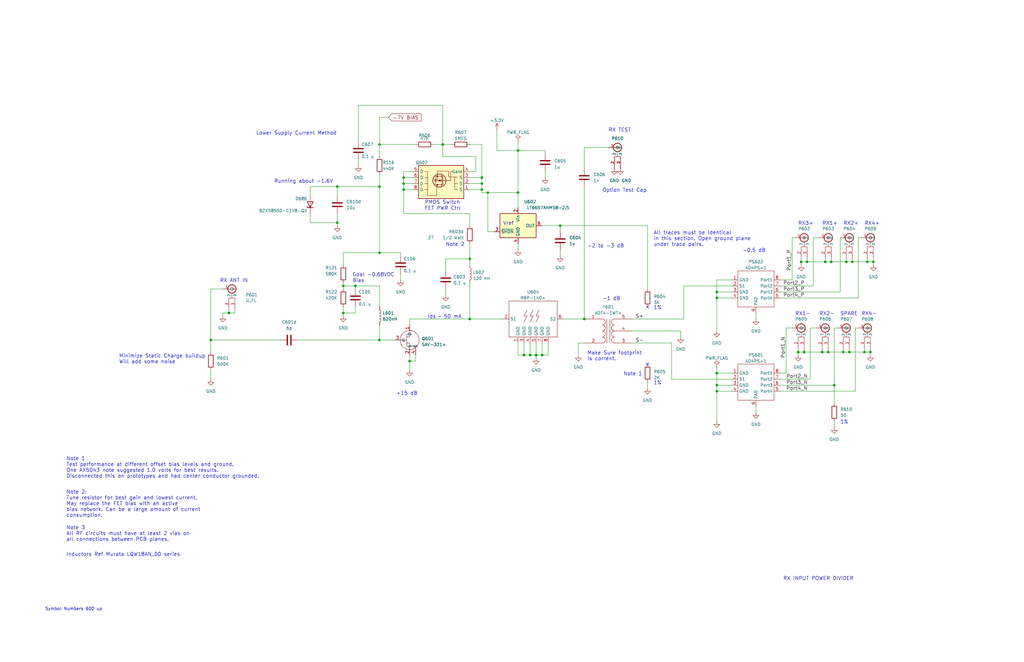
<source format=kicad_sch>
(kicad_sch (version 20230121) (generator eeschema)
  (paper "USLedger")
  (title_block (title "Radiation Tolerant PacSat Communication") (date "2023-06-17") (rev "A") (company "AMSAT-NA") (comment 1 "N5BRG"))
  (lib_symbols
    (symbol "Device:C" (pin_numbers hide) (pin_names (offset 0.254))
      (property "Reference" "C" (at 0.635 2.54 0))
      (property "Value" "C" (at 0.635 -2.54 0))
      (symbol "C_0_1"
        (polyline (pts (xy -2.032 -0.762) (xy 2.032 -0.762)) (stroke (width 0.508)))
        (polyline (pts (xy -2.032 0.762) (xy 2.032 0.762)) (stroke (width 0.508)))
      )
      (symbol "C_1_1"
        (pin passive line (at 0 3.81 270) (length 2.794) (name "~") (number "1"))
        (pin passive line (at 0 -3.81 90) (length 2.794) (name "~") (number "2"))
      )
    )
    (symbol "Device:D_Zener" (pin_numbers hide) (pin_names (offset 1.016) hide)
      (property "Reference" "D" (at 0 2.54 0))
      (property "Value" "D_Zener" (at 0 -2.54 0))
      (symbol "D_Zener_0_1"
        (polyline (pts (xy 1.27 0) (xy -1.27 0)))
        (polyline (pts (xy -1.27 -1.27) (xy -1.27 1.27) (xy -0.762 1.27)) (stroke (width 0.254)))
        (polyline (pts (xy 1.27 -1.27) (xy 1.27 1.27) (xy -1.27 0) (xy 1.27 -1.27)) (stroke (width 0.254)))
      )
      (symbol "D_Zener_1_1"
        (pin passive line (at -3.81 0 0) (length 2.54) (name "K") (number "1"))
        (pin passive line (at 3.81 0 180) (length 2.54) (name "A") (number "2"))
      )
    )
    (symbol "Device:L" (pin_numbers hide) (pin_names (offset 1.016) hide)
      (property "Reference" "L" (at -1.27 0 90))
      (property "Value" "L" (at 1.905 0 90))
      (symbol "L_0_1"
        (arc (start 0 -2.54) (mid 0.6323 -1.905) (end 0 -1.27))
        (arc (start 0 -1.27) (mid 0.6323 -0.635) (end 0 0))
        (arc (start 0 0) (mid 0.6323 0.635) (end 0 1.27))
        (arc (start 0 1.27) (mid 0.6323 1.905) (end 0 2.54))
      )
      (symbol "L_1_1"
        (pin passive line (at 0 3.81 270) (length 1.27) (name "1") (number "1"))
        (pin passive line (at 0 -3.81 90) (length 1.27) (name "2") (number "2"))
      )
    )
    (symbol "Device:R" (pin_numbers hide) (pin_names (offset 0))
      (property "Reference" "R" (at 2.032 0 90))
      (property "Value" "R" (at 0 0 90))
      (symbol "R_0_1"
        (rectangle (start -1.016 -2.54) (end 1.016 2.54) (stroke (width 0.254)))
      )
      (symbol "R_1_1"
        (pin passive line (at 0 3.81 270) (length 1.27) (name "~") (number "1"))
        (pin passive line (at 0 -3.81 90) (length 1.27) (name "~") (number "2"))
      )
    )
    (symbol "PACSAT_DEV_misc:TPS1100"
      (property "Reference" "Q?" (at 6.35 -8.89 0))
      (symbol "TPS1100_0_1"
        (rectangle (start -8.89 7.62) (end 10.16 -6.35) (stroke (width 0.254)) (fill (type background)))
        (polyline (pts (xy -2.54 0) (xy -3.4176 -0.012)))
        (polyline (pts (xy 0 0) (xy -2.794 0)))
        (polyline (pts (xy 0 1.905) (xy 0 -1.905)) (stroke (width 0.254)))
        (polyline (pts (xy 0.508 -1.27) (xy 0.508 -2.286)) (stroke (width 0.254)))
        (polyline (pts (xy 0.508 0.508) (xy 0.508 -0.508)) (stroke (width 0.254)))
        (polyline (pts (xy 0.508 2.286) (xy 0.508 1.27)) (stroke (width 0.254)))
        (polyline (pts (xy 2.286 2.54) (xy 2.286 1.778)))
        (polyline (pts (xy 6.35 -1.27) (xy 7.62 -1.27)))
        (polyline (pts (xy 6.35 1.27) (xy 7.62 1.27)))
        (polyline (pts (xy 6.35 3.81) (xy 7.62 3.81)))
        (polyline (pts (xy -5.08 -1.27) (xy -5.08 1.27) (xy -6.35 1.27)))
        (polyline (pts (xy -5.08 -1.27) (xy -5.0512 -1.5491) (xy -5.031 -1.448)))
        (polyline (pts (xy -5.08 1.27) (xy -5.08 3.81) (xy -6.35 3.81)))
        (polyline (pts (xy -4.9501 -1.4683) (xy -6.1836 -1.4683) (xy -6.1229 -1.3874)))
        (polyline (pts (xy -3.4162 -0.0461) (xy -3.4162 -3.8561) (xy -4.2419 -3.8037)))
        (polyline (pts (xy 2.286 -2.54) (xy 2.286 0) (xy 0.508 0)))
        (polyline (pts (xy 0.508 1.778) (xy 3.048 1.778) (xy 3.048 -1.778) (xy 0.508 -1.778)))
        (polyline (pts (xy 2.032 0) (xy 1.016 0.381) (xy 1.016 -0.381) (xy 2.032 0)) (fill (type outline)))
        (polyline (pts (xy 2.54 -0.508) (xy 2.667 -0.381) (xy 3.429 -0.381) (xy 3.556 -0.254)))
        (polyline (pts (xy 3.048 -0.381) (xy 2.667 0.254) (xy 3.429 0.254) (xy 3.048 -0.381)))
        (polyline (pts (xy 2.3285 -2.7575) (xy 2.3285 -4.0275) (xy -2.5549 -4.0212) (xy -2.5549 -1.5919) (xy -5.2915 -1.4875)))
        (polyline (pts (xy 2.54 2.54) (xy 2.54 6.35) (xy 6.35 6.35) (xy 6.35 -3.81) (xy 7.62 -3.81)))
        (circle (center 1.397 0) (radius 2.794) (stroke (width 0.254)))
        (circle (center 2.286 -1.778) (radius 0.254) (fill (type outline)))
        (circle (center 2.286 1.778) (radius 0.254) (fill (type outline)))
      )
      (symbol "TPS1100_1_1"
        (pin passive line (at -11.43 3.81 0) (length 2.54) (name "S") (number "1"))
        (pin passive line (at -11.43 1.27 0) (length 2.54) (name "S") (number "2"))
        (pin passive line (at -11.43 -1.27 0) (length 2.54) (name "S") (number "3"))
        (pin input line (at -11.43 -3.81 0) (length 2.54) (name "Gate") (number "4"))
        (pin passive line (at 12.7 -3.81 180) (length 2.54) (name "D") (number "5"))
        (pin passive line (at 12.7 -1.27 180) (length 2.54) (name "D") (number "6"))
        (pin passive line (at 12.7 1.27 180) (length 2.54) (name "D") (number "7"))
        (pin passive line (at 12.7 3.81 180) (length 2.54) (name "D") (number "8"))
      )
    )
    (symbol "PACSAT_DEV_misc:U_FL"
      (property "Reference" "U" (at -3.81 2.54 0))
      (symbol "U_FL_0_1"
        (polyline (pts (xy -1.27 -3.81) (xy 1.27 -3.81)))
        (polyline (pts (xy 0 -3.81) (xy 0 -1.778)))
        (circle (center 0 0) (radius 0.508) (stroke (width 0.2032)))
        (circle (center 0 0) (radius 1.778) (stroke (width 0.3048)))
      )
      (symbol "U_FL_1_1"
        (pin bidirectional line (at -3.81 0 0) (length 3.302) (name "In") (number "1"))
        (pin power_in line (at -1.27 -8.89 90) (length 5.08) (name "2") (number "2"))
        (pin power_in line (at 1.27 -8.89 90) (length 5.08) (name "3") (number "3"))
      )
    )
    (symbol "PACSAT_Minicircuits:AD4PS+1"
      (property "Reference" "PS602" (at 0 11.43 0))
      (property "Value" "AD4PS+1" (at 0 8.89 0))
      (symbol "AD4PS+1_0_1"
        (rectangle (start -7.62 7.62) (end 7.62 -7.62))
      )
      (symbol "AD4PS+1_1_1"
        (pin power_in line (at -10.16 3.81 0) (length 2.54) (name "GND") (number "1"))
        (pin input line (at -10.16 1.27 0) (length 2.54) (name "S1") (number "2"))
        (pin power_in line (at -10.16 -1.27 0) (length 2.54) (name "GND") (number "3"))
        (pin power_in line (at -10.16 -3.81 0) (length 2.54) (name "GND") (number "4"))
        (pin output line (at 10.16 -3.81 180) (length 2.54) (name "Port4") (number "5"))
        (pin output line (at 10.16 -1.27 180) (length 2.54) (name "Port3") (number "6"))
        (pin output line (at 10.16 1.27 180) (length 2.54) (name "Port2") (number "7"))
        (pin output line (at 10.16 3.81 180) (length 2.54) (name "Port1") (number "8"))
        (pin power_in line (at 0 -10.16 90) (length 2.54) (name "PAD") (number "9"))
      )
    )
    (symbol "PACSAT_Minicircuits:RBP-140+_1"
      (property "Reference" "U603" (at 10.16 5.08 0))
      (property "Value" "RBP-140+" (at 10.16 2.54 0))
      (symbol "RBP-140+_1_0_0"
        (polyline (pts (xy 6.35 -8.89) (xy 7.62 -6.35) (xy 6.35 -6.35) (xy 7.62 -3.81)))
        (polyline (pts (xy 8.89 -8.89) (xy 10.16 -6.35) (xy 8.89 -6.35) (xy 10.16 -3.81)))
        (polyline (pts (xy 11.43 -8.89) (xy 12.7 -6.35) (xy 11.43 -6.35) (xy 12.7 -3.81)))
      )
      (symbol "RBP-140+_1_0_1"
        (rectangle (start 0 0) (end 20.32 -15.24))
      )
      (symbol "RBP-140+_1_1_1"
        (pin power_in line (at 3.81 -17.78 90) (length 2.54) (name "GND") (number "1"))
        (pin input line (at -2.54 -7.62 0) (length 2.54) (name "S1") (number "2"))
        (pin power_in line (at 6.35 -17.78 90) (length 2.54) (name "GND") (number "3"))
        (pin power_in line (at 8.89 -17.78 90) (length 2.54) (name "GND") (number "4"))
        (pin power_in line (at 11.43 -17.78 90) (length 2.54) (name "GND") (number "5"))
        (pin output line (at 22.86 -7.62 180) (length 2.54) (name "S2") (number "6"))
        (pin power_in line (at 13.97 -17.78 90) (length 2.54) (name "GND") (number "7"))
        (pin power_in line (at 16.51 -17.78 90) (length 2.54) (name "GND") (number "8"))
      )
    )
    (symbol "PACSAT_Minicircuits:SAV-331+"
      (property "Reference" "U601" (at 5.08 0.635 0))
      (property "Value" "SAV-331+" (at 5.08 -1.905 0))
      (symbol "SAV-331+_0_1"
        (polyline (pts (xy -2.54 0) (xy -3.81 0)))
        (polyline (pts (xy -1.27 -1.27) (xy -1.27 -2.54)))
        (polyline (pts (xy -1.27 0) (xy -2.54 0)))
        (polyline (pts (xy -1.27 1.27) (xy -1.27 2.54)))
        (polyline (pts (xy 0 -2.54) (xy 0 -3.81)))
        (polyline (pts (xy 0 1.27) (xy 0 2.54)))
        (polyline (pts (xy 0 2.54) (xy 0 3.81)))
        (polyline (pts (xy -1.27 -1.27) (xy 0 -1.27) (xy 0 -2.54)))
        (polyline (pts (xy 0 -2.54) (xy 2.54 -2.54) (xy 2.54 -3.81)))
        (polyline (pts (xy -1.27 1.27) (xy -1.27 -1.27) (xy -1.27 1.27) (xy -1.27 0) (xy -1.27 1.27) (xy 0 1.27)))
        (circle (center 0 0) (radius 4.0161))
      )
      (symbol "SAV-331+_1_1"
        (pin input line (at 0 6.35 270) (length 2.54) (name "D") (number "1"))
        (pin input line (at 0 -6.35 90) (length 2.54) (name "S") (number "2"))
        (pin input line (at -6.35 0 0) (length 2.54) (name "G") (number "3"))
        (pin input line (at 2.54 -6.35 90) (length 2.54) (name "S") (number "4"))
      )
    )
    (symbol "PACSAT_Minicircuits:Transformer_1P_SS" (pin_names (offset 1.016) hide)
      (property "Reference" "T601" (at 0.0127 10.16 0))
      (property "Value" "ADT4-1WT" (at 0.0127 7.62 0))
      (symbol "Transformer_1P_SS_0_1"
        (arc (start -2.54 -5.0546) (mid -1.6599 -4.6901) (end -1.27 -3.81))
        (arc (start -2.54 -2.5146) (mid -1.6599 -2.1501) (end -1.27 -1.27))
        (arc (start -2.54 0.0254) (mid -1.6599 0.3899) (end -1.27 1.27))
        (arc (start -2.54 2.5654) (mid -1.6599 2.9299) (end -1.27 3.81))
        (arc (start -1.27 -3.81) (mid -1.642 -2.912) (end -2.54 -2.54))
        (arc (start -1.27 -1.27) (mid -1.642 -0.372) (end -2.54 0))
        (arc (start -1.27 1.27) (mid -1.642 2.168) (end -2.54 2.54))
        (arc (start -1.27 3.81) (mid -1.642 4.708) (end -2.54 5.08))
        (polyline (pts (xy -0.635 5.08) (xy -0.635 -5.08)))
        (polyline (pts (xy 0.635 -5.08) (xy 0.635 5.08)))
        (arc (start 1.2954 -1.27) (mid 1.6599 -2.1501) (end 2.54 -2.5146))
        (arc (start 1.2954 1.27) (mid 1.6599 0.3899) (end 2.54 0.0254))
        (arc (start 1.2954 3.81) (mid 1.6599 2.9299) (end 2.54 2.5654))
        (arc (start 1.3208 -3.81) (mid 1.6853 -4.6901) (end 2.5654 -5.0546))
        (arc (start 2.54 0) (mid 1.642 -0.372) (end 1.2954 -1.27))
        (arc (start 2.54 2.54) (mid 1.642 2.168) (end 1.2954 1.27))
        (arc (start 2.54 5.08) (mid 1.642 4.708) (end 1.2954 3.81))
        (arc (start 2.5654 -2.54) (mid 1.6674 -2.912) (end 1.3208 -3.81))
      )
      (symbol "Transformer_1P_SS_1_1"
        (pin passive line (at -10.16 5.08 0) (length 7.62) (name "AA") (number "1"))
        (pin passive line (at -10.16 -5.08 0) (length 7.62) (name "AB") (number "2"))
        (pin passive line (at 10.16 -5.08 180) (length 7.62) (name "SA") (number "3"))
        (pin passive line (at 10.16 0 180) (length 7.62) (name "SC") (number "4"))
        (pin passive line (at 10.16 5.08 180) (length 7.62) (name "SB") (number "5"))
        (pin no_connect line (at 0 -7.62 0) (length 2.54) hide (name "NC") (number "6"))
      )
    )
    (symbol "Reference_Voltage:LT6657AHMS8-2.5"
      (property "Reference" "U" (at -7.62 6.35 0))
      (property "Value" "LT6657AHMS8-2.5" (at 2.54 6.35 0))
      (symbol "LT6657AHMS8-2.5_0_1"
        (rectangle (start -7.62 5.08) (end 7.62 -5.08) (stroke (width 0.254)) (fill (type background)))
      )
      (symbol "LT6657AHMS8-2.5_1_1"
        (pin no_connect line (at 7.62 -2.54 180) (length 2.54) hide (name "DNC") (number "1"))
        (pin power_in line (at 0 7.62 270) (length 2.54) (name "Vin") (number "2"))
        (pin input line (at -10.16 -2.54 0) (length 2.54) (name "~{SHDN}") (number "3"))
        (pin power_in line (at 0 -7.62 90) (length 2.54) (name "GND") (number "4"))
        (pin no_connect line (at -7.62 0 0) (length 2.54) hide (name "DNC") (number "5"))
        (pin power_out line (at 10.16 0 180) (length 2.54) (name "OUT") (number "6"))
        (pin no_connect line (at -7.62 2.54 0) (length 2.54) hide (name "DNC") (number "7"))
        (pin no_connect line (at 7.62 2.54 180) (length 2.54) hide (name "DNC") (number "8"))
      )
    )
    (symbol "power:+3.3V" (power) (pin_names (offset 0))
      (property "Value" "+3.3V" (at 0 3.556 0))
      (symbol "+3.3V_0_1"
        (polyline (pts (xy -0.762 1.27) (xy 0 2.54)))
        (polyline (pts (xy 0 0) (xy 0 2.54)))
        (polyline (pts (xy 0 2.54) (xy 0.762 1.27)))
      )
      (symbol "+3.3V_1_1"
        (pin power_in line (at 0 0 90) (length 0) hide (name "+3.3V") (number "1"))
      )
    )
    (symbol "power:GND" (power) (pin_names (offset 0))
      (property "Value" "GND" (at 0 -3.81 0))
      (symbol "GND_0_1"
        (polyline (pts (xy 0 0) (xy 0 -1.27) (xy 1.27 -1.27) (xy 0 -2.54) (xy -1.27 -1.27) (xy 0 -1.27)))
      )
      (symbol "GND_1_1"
        (pin power_in line (at 0 0 270) (length 0) hide (name "GND") (number "1"))
      )
    )
    (symbol "power:PWR_FLAG" (power) (pin_numbers hide) (pin_names (offset 0) hide)
      (property "Value" "PWR_FLAG" (at 0 3.81 0))
      (symbol "PWR_FLAG_0_0"
        (pin power_out line (at 0 0 90) (length 0) (name "pwr") (number "1"))
      )
      (symbol "PWR_FLAG_0_1"
        (polyline (pts (xy 0 0) (xy 0 1.27) (xy -1.016 1.905) (xy 0 2.54) (xy 1.016 1.905) (xy 0 1.27)))
      )
    )
  )
  (junction (at 142.24 93.98))
  (junction (at 160.02 78.74))
  (junction (at 198.12 134.62))
  (junction (at 186.69 60.96))
  (junction (at 236.22 95.25))
  (junction (at 149.86 120.65))
  (junction (at 170.18 74.93))
  (junction (at 302.26 162.56))
  (junction (at 172.72 152.4))
  (junction (at 356.87 110.49))
  (junction (at 365.76 110.49))
  (junction (at 302.26 165.1))
  (junction (at 226.06 149.86))
  (junction (at 359.41 110.49))
  (junction (at 88.9 143.51))
  (junction (at 220.98 149.86))
  (junction (at 346.71 148.59))
  (junction (at 355.6 148.59))
  (junction (at 142.24 78.74))
  (junction (at 160.02 60.96))
  (junction (at 205.74 81.28))
  (junction (at 302.26 125.73))
  (junction (at 170.18 80.01))
  (junction (at 144.78 120.65))
  (junction (at 364.49 148.59))
  (junction (at 358.14 148.59))
  (junction (at 203.2 74.93))
  (junction (at 340.36 110.49))
  (junction (at 302.26 157.48))
  (junction (at 350.52 110.49))
  (junction (at 160.02 143.51))
  (junction (at 349.25 148.59))
  (junction (at 228.6 149.86))
  (junction (at 336.55 148.59))
  (junction (at 218.44 81.28))
  (junction (at 170.18 77.47))
  (junction (at 96.52 132.08))
  (junction (at 160.02 106.68))
  (junction (at 203.2 77.47))
  (junction (at 144.78 132.08))
  (junction (at 218.44 63.5))
  (junction (at 347.98 110.49))
  (junction (at 351.79 162.56))
  (junction (at 339.09 148.59))
  (junction (at 302.26 123.19))
  (junction (at 246.38 134.62))
  (junction (at 203.2 80.01))
  (junction (at 337.82 110.49))
  (junction (at 223.52 149.86))
  (junction (at 368.3 110.49))
  (junction (at 198.12 109.22))
  (junction (at 367.03 148.59))
  (no_connect (at 273.05 153.67))
  (no_connect (at 273.05 129.54))
  (wire (pts (xy 328.93 118.11) (xy 334.01 118.11)))
  (wire (pts (xy 186.69 66.04) (xy 186.69 60.96)))
  (wire (pts (xy 173.99 72.39) (xy 170.18 72.39)))
  (wire (pts (xy 288.29 134.62) (xy 288.29 120.65)))
  (wire (pts (xy 160.02 49.53) (xy 160.02 60.96)))
  (wire (pts (xy 302.26 162.56) (xy 302.26 165.1)))
  (wire (pts (xy 361.95 100.33) (xy 361.95 125.73)))
  (wire (pts (xy 283.21 160.02) (xy 308.61 160.02)))
  (wire (pts (xy 334.01 100.33) (xy 334.01 118.11)))
  (wire (pts (xy 231.14 149.86) (xy 228.6 149.86)))
  (wire (pts (xy 236.22 105.41) (xy 236.22 107.95)))
  (wire (pts (xy 359.41 110.49) (xy 365.76 110.49)))
  (wire (pts (xy 218.44 102.87) (xy 218.44 105.41)))
  (wire (pts (xy 266.7 134.62) (xy 288.29 134.62)))
  (wire (pts (xy 209.55 54.61) (xy 209.55 63.5)))
  (wire (pts (xy 336.55 147.32) (xy 336.55 148.59)))
  (wire (pts (xy 218.44 59.69) (xy 218.44 63.5)))
  (wire (pts (xy 302.26 125.73) (xy 302.26 139.7)))
  (wire (pts (xy 347.98 110.49) (xy 350.52 110.49)))
  (wire (pts (xy 198.12 74.93) (xy 203.2 74.93)))
  (wire (pts (xy 223.52 149.86) (xy 226.06 149.86)))
  (wire (pts (xy 358.14 148.59) (xy 364.49 148.59)))
  (wire (pts (xy 186.69 60.96) (xy 190.5 60.96)))
  (wire (pts (xy 203.2 77.47) (xy 203.2 74.93)))
  (wire (pts (xy 218.44 63.5) (xy 229.87 63.5)))
  (wire (pts (xy 88.9 121.92) (xy 88.9 143.51)))
  (wire (pts (xy 331.47 138.43) (xy 334.01 138.43)))
  (wire (pts (xy 144.78 119.38) (xy 144.78 120.65)))
  (wire (pts (xy 273.05 95.25) (xy 273.05 121.92)))
  (wire (pts (xy 130.81 78.74) (xy 130.81 82.55)))
  (wire (pts (xy 163.83 49.53) (xy 160.02 49.53)))
  (wire (pts (xy 335.28 100.33) (xy 334.01 100.33)))
  (wire (pts (xy 302.26 165.1) (xy 308.61 165.1)))
  (wire (pts (xy 198.12 109.22) (xy 198.12 111.76)))
  (wire (pts (xy 186.69 66.04) (xy 200.66 66.04)))
  (wire (pts (xy 170.18 80.01) (xy 173.99 80.01)))
  (wire (pts (xy 93.98 132.08) (xy 93.98 133.35)))
  (wire (pts (xy 220.98 149.86) (xy 218.44 149.86)))
  (wire (pts (xy 198.12 80.01) (xy 203.2 80.01)))
  (wire (pts (xy 198.12 77.47) (xy 203.2 77.47)))
  (wire (pts (xy 318.77 171.45) (xy 318.77 173.99)))
  (wire (pts (xy 144.78 106.68) (xy 160.02 106.68)))
  (wire (pts (xy 170.18 72.39) (xy 170.18 74.93)))
  (wire (pts (xy 88.9 143.51) (xy 118.11 143.51)))
  (wire (pts (xy 187.96 114.3) (xy 187.96 109.22)))
  (wire (pts (xy 359.41 109.22) (xy 359.41 110.49)))
  (wire (pts (xy 160.02 129.54) (xy 160.02 120.65)))
  (wire (pts (xy 205.74 81.28) (xy 205.74 97.79)))
  (wire (pts (xy 200.66 72.39) (xy 200.66 66.04)))
  (wire (pts (xy 246.38 78.74) (xy 246.38 134.62)))
  (wire (pts (xy 302.26 123.19) (xy 308.61 123.19)))
  (wire (pts (xy 308.61 118.11) (xy 302.26 118.11)))
  (wire (pts (xy 341.63 138.43) (xy 341.63 160.02)))
  (wire (pts (xy 328.93 157.48) (xy 331.47 157.48)))
  (wire (pts (xy 228.6 144.78) (xy 228.6 149.86)))
  (wire (pts (xy 226.06 144.78) (xy 226.06 149.86)))
  (wire (pts (xy 273.05 95.25) (xy 236.22 95.25)))
  (wire (pts (xy 187.96 109.22) (xy 198.12 109.22)))
  (wire (pts (xy 99.06 130.81) (xy 99.06 132.08)))
  (wire (pts (xy 151.13 44.45) (xy 151.13 59.69)))
  (wire (pts (xy 160.02 78.74) (xy 160.02 106.68)))
  (wire (pts (xy 336.55 148.59) (xy 336.55 149.86)))
  (wire (pts (xy 220.98 144.78) (xy 220.98 149.86)))
  (wire (pts (xy 368.3 110.49) (xy 368.3 109.22)))
  (wire (pts (xy 160.02 120.65) (xy 149.86 120.65)))
  (wire (pts (xy 96.52 130.81) (xy 96.52 132.08)))
  (wire (pts (xy 337.82 110.49) (xy 337.82 111.76)))
  (wire (pts (xy 328.93 162.56) (xy 351.79 162.56)))
  (wire (pts (xy 168.91 107.95) (xy 168.91 106.68)))
  (wire (pts (xy 144.78 132.08) (xy 144.78 133.35)))
  (wire (pts (xy 328.93 165.1) (xy 360.68 165.1)))
  (wire (pts (xy 302.26 125.73) (xy 308.61 125.73)))
  (wire (pts (xy 243.84 144.78) (xy 246.38 144.78)))
  (wire (pts (xy 358.14 147.32) (xy 358.14 148.59)))
  (wire (pts (xy 172.72 149.86) (xy 172.72 152.4)))
  (wire (pts (xy 218.44 87.63) (xy 218.44 81.28)))
  (wire (pts (xy 273.05 161.29) (xy 273.05 163.83)))
  (wire (pts (xy 236.22 97.79) (xy 236.22 95.25)))
  (wire (pts (xy 172.72 134.62) (xy 172.72 137.16)))
  (wire (pts (xy 243.84 149.86) (xy 243.84 144.78)))
  (wire (pts (xy 160.02 137.16) (xy 160.02 143.51)))
  (wire (pts (xy 356.87 109.22) (xy 356.87 110.49)))
  (wire (pts (xy 342.9 100.33) (xy 342.9 120.65)))
  (wire (pts (xy 302.26 154.94) (xy 302.26 157.48)))
  (wire (pts (xy 328.93 120.65) (xy 342.9 120.65)))
  (wire (pts (xy 351.79 177.8) (xy 351.79 180.34)))
  (wire (pts (xy 186.69 44.45) (xy 186.69 60.96)))
  (wire (pts (xy 355.6 147.32) (xy 355.6 148.59)))
  (wire (pts (xy 175.26 149.86) (xy 175.26 152.4)))
  (wire (pts (xy 246.38 62.23) (xy 246.38 71.12)))
  (wire (pts (xy 208.28 97.79) (xy 205.74 97.79)))
  (wire (pts (xy 170.18 74.93) (xy 170.18 77.47)))
  (wire (pts (xy 308.61 157.48) (xy 302.26 157.48)))
  (wire (pts (xy 228.6 149.86) (xy 226.06 149.86)))
  (wire (pts (xy 365.76 109.22) (xy 365.76 110.49)))
  (wire (pts (xy 349.25 147.32) (xy 349.25 148.59)))
  (wire (pts (xy 130.81 93.98) (xy 142.24 93.98)))
  (wire (pts (xy 93.98 132.08) (xy 96.52 132.08)))
  (wire (pts (xy 339.09 148.59) (xy 346.71 148.59)))
  (wire (pts (xy 340.36 109.22) (xy 340.36 110.49)))
  (wire (pts (xy 96.52 132.08) (xy 99.06 132.08)))
  (wire (pts (xy 363.22 100.33) (xy 361.95 100.33)))
  (wire (pts (xy 142.24 93.98) (xy 142.24 95.25)))
  (wire (pts (xy 198.12 90.17) (xy 198.12 95.25)))
  (wire (pts (xy 198.12 119.38) (xy 198.12 134.62)))
  (wire (pts (xy 302.26 165.1) (xy 302.26 177.8)))
  (wire (pts (xy 229.87 72.39) (xy 229.87 74.93)))
  (wire (pts (xy 187.96 121.92) (xy 187.96 124.46)))
  (wire (pts (xy 287.02 142.24) (xy 287.02 139.7)))
  (wire (pts (xy 331.47 138.43) (xy 331.47 157.48)))
  (wire (pts (xy 93.98 121.92) (xy 88.9 121.92)))
  (wire (pts (xy 125.73 143.51) (xy 160.02 143.51)))
  (wire (pts (xy 198.12 60.96) (xy 203.2 60.96)))
  (wire (pts (xy 246.38 62.23) (xy 256.54 62.23)))
  (wire (pts (xy 142.24 78.74) (xy 160.02 78.74)))
  (wire (pts (xy 349.25 148.59) (xy 355.6 148.59)))
  (wire (pts (xy 346.71 148.59) (xy 349.25 148.59)))
  (wire (pts (xy 283.21 144.78) (xy 283.21 160.02)))
  (wire (pts (xy 172.72 152.4) (xy 175.26 152.4)))
  (wire (pts (xy 365.76 110.49) (xy 368.3 110.49)))
  (wire (pts (xy 302.26 162.56) (xy 308.61 162.56)))
  (wire (pts (xy 351.79 162.56) (xy 351.79 170.18)))
  (wire (pts (xy 288.29 120.65) (xy 308.61 120.65)))
  (wire (pts (xy 266.7 139.7) (xy 287.02 139.7)))
  (wire (pts (xy 351.79 162.56) (xy 351.79 138.43)))
  (wire (pts (xy 160.02 73.66) (xy 160.02 78.74)))
  (wire (pts (xy 218.44 149.86) (xy 218.44 144.78)))
  (wire (pts (xy 149.86 120.65) (xy 149.86 121.92)))
  (wire (pts (xy 367.03 148.59) (xy 367.03 149.86)))
  (wire (pts (xy 367.03 148.59) (xy 367.03 147.32)))
  (wire (pts (xy 203.2 80.01) (xy 203.2 81.28)))
  (wire (pts (xy 203.2 81.28) (xy 205.74 81.28)))
  (wire (pts (xy 353.06 138.43) (xy 351.79 138.43)))
  (wire (pts (xy 350.52 110.49) (xy 356.87 110.49)))
  (wire (pts (xy 160.02 106.68) (xy 168.91 106.68)))
  (wire (pts (xy 172.72 134.62) (xy 198.12 134.62)))
  (wire (pts (xy 88.9 143.51) (xy 88.9 148.59)))
  (wire (pts (xy 170.18 90.17) (xy 198.12 90.17)))
  (wire (pts (xy 203.2 77.47) (xy 203.2 80.01)))
  (wire (pts (xy 144.78 120.65) (xy 144.78 121.92)))
  (wire (pts (xy 354.33 123.19) (xy 354.33 100.33)))
  (wire (pts (xy 302.26 123.19) (xy 302.26 125.73)))
  (wire (pts (xy 149.86 120.65) (xy 144.78 120.65)))
  (wire (pts (xy 360.68 138.43) (xy 360.68 165.1)))
  (wire (pts (xy 142.24 90.17) (xy 142.24 93.98)))
  (wire (pts (xy 220.98 149.86) (xy 223.52 149.86)))
  (wire (pts (xy 328.93 125.73) (xy 361.95 125.73)))
  (wire (pts (xy 361.95 138.43) (xy 360.68 138.43)))
  (wire (pts (xy 226.06 149.86) (xy 226.06 151.13)))
  (wire (pts (xy 218.44 63.5) (xy 218.44 81.28)))
  (wire (pts (xy 130.81 90.17) (xy 130.81 93.98)))
  (wire (pts (xy 364.49 147.32) (xy 364.49 148.59)))
  (wire (pts (xy 229.87 64.77) (xy 229.87 63.5)))
  (wire (pts (xy 355.6 148.59) (xy 358.14 148.59)))
  (wire (pts (xy 170.18 77.47) (xy 170.18 80.01)))
  (wire (pts (xy 237.49 134.62) (xy 246.38 134.62)))
  (wire (pts (xy 347.98 109.22) (xy 347.98 110.49)))
  (wire (pts (xy 144.78 129.54) (xy 144.78 132.08)))
  (wire (pts (xy 318.77 132.08) (xy 318.77 134.62)))
  (wire (pts (xy 88.9 156.21) (xy 88.9 160.02)))
  (wire (pts (xy 151.13 67.31) (xy 151.13 69.85)))
  (wire (pts (xy 144.78 106.68) (xy 144.78 111.76)))
  (wire (pts (xy 328.93 160.02) (xy 341.63 160.02)))
  (wire (pts (xy 170.18 74.93) (xy 173.99 74.93)))
  (wire (pts (xy 151.13 44.45) (xy 186.69 44.45)))
  (wire (pts (xy 266.7 144.78) (xy 283.21 144.78)))
  (wire (pts (xy 231.14 144.78) (xy 231.14 149.86)))
  (wire (pts (xy 350.52 109.22) (xy 350.52 110.49)))
  (wire (pts (xy 144.78 132.08) (xy 149.86 132.08)))
  (wire (pts (xy 209.55 63.5) (xy 218.44 63.5)))
  (wire (pts (xy 203.2 60.96) (xy 203.2 74.93)))
  (wire (pts (xy 198.12 134.62) (xy 212.09 134.62)))
  (wire (pts (xy 340.36 110.49) (xy 347.98 110.49)))
  (wire (pts (xy 228.6 95.25) (xy 236.22 95.25)))
  (wire (pts (xy 142.24 78.74) (xy 130.81 78.74)))
  (wire (pts (xy 302.26 157.48) (xy 302.26 162.56)))
  (wire (pts (xy 172.72 152.4) (xy 172.72 156.21)))
  (wire (pts (xy 328.93 123.19) (xy 354.33 123.19)))
  (wire (pts (xy 337.82 110.49) (xy 340.36 110.49)))
  (wire (pts (xy 170.18 77.47) (xy 173.99 77.47)))
  (wire (pts (xy 337.82 109.22) (xy 337.82 110.49)))
  (wire (pts (xy 336.55 148.59) (xy 339.09 148.59)))
  (wire (pts (xy 339.09 147.32) (xy 339.09 148.59)))
  (wire (pts (xy 302.26 118.11) (xy 302.26 123.19)))
  (wire (pts (xy 149.86 129.54) (xy 149.86 132.08)))
  (wire (pts (xy 160.02 143.51) (xy 166.37 143.51)))
  (wire (pts (xy 198.12 102.87) (xy 198.12 109.22)))
  (wire (pts (xy 345.44 100.33) (xy 342.9 100.33)))
  (wire (pts (xy 346.71 147.32) (xy 346.71 148.59)))
  (wire (pts (xy 364.49 148.59) (xy 367.03 148.59)))
  (wire (pts (xy 170.18 80.01) (xy 170.18 90.17)))
  (wire (pts (xy 198.12 72.39) (xy 200.66 72.39)))
  (wire (pts (xy 205.74 81.28) (xy 218.44 81.28)))
  (wire (pts (xy 168.91 115.57) (xy 168.91 118.11)))
  (wire (pts (xy 160.02 60.96) (xy 160.02 66.04)))
  (wire (pts (xy 223.52 144.78) (xy 223.52 149.86)))
  (wire (pts (xy 368.3 110.49) (xy 368.3 111.76)))
  (wire (pts (xy 160.02 60.96) (xy 175.26 60.96)))
  (wire (pts (xy 344.17 138.43) (xy 341.63 138.43)))
  (wire (pts (xy 356.87 110.49) (xy 359.41 110.49)))
  (wire (pts (xy 182.88 60.96) (xy 186.69 60.96)))
  (wire (pts (xy 142.24 78.74) (xy 142.24 82.55)))
  (text "RX ANT IN" (at 92.71 119.38 0) (effects (font (size 1.524 1.524)) (justify left bottom)))
  (text "Vref" (at 212.09 95.25 0) (effects (font (size 1.524 1.524)) (justify left bottom)))
  (text "Running about -1.6V\n" (at 115.57 77.47 0) (effects (font (size 1.524 1.524)) (justify left bottom)))
  (text "-0.5 dB" (at 313.055 106.68 0) (effects (font (size 1.524 1.524)) (justify left bottom)))
  (text "Note 1\nTest performance at different offset bias levels and ground.\nOne AX5043 note suggested 1.0 volts for best results.\nDisconnected this on prototypes and had center conductor grounded." (at 27.94 201.93 0) (effects (font (size 1.524 1.524)) (justify left bottom)))
  (text "Ids ~ 50 mA" (at 180.34 134.62 0) (effects (font (size 1.524 1.524)) (justify left bottom)))
  (text "RX4-" (at 363.22 133.35 0) (effects (font (size 1.524 1.524)) (justify left bottom)))
  (text "Lower Supply Current Method" (at 107.95 57.15 0) (effects (font (size 1.524 1.524)) (justify left bottom)))
  (text "All traces must be identical\nin this section. Open ground plane \nunder trace pairs." (at 275.59 104.14 0) (effects (font (size 1.524 1.524)) (justify left bottom)))
  (text "RX3+" (at 336.55 95.25 0) (effects (font (size 1.524 1.524)) (justify left bottom)))
  (text "Note 2" (at 187.96 104.14 0) (effects (font (size 1.524 1.524)) (justify left bottom)))
  (text "1%" (at 354.33 179.07 0) (effects (font (size 1.524 1.524)) (justify left bottom)))
  (text "Note 1\n" (at 262.89 158.75 0) (effects (font (size 1.524 1.524)) (justify left bottom)))
  (text "Note 3\nAll RF circuits must have at least 2 vias on \nall connections between PCB planes." (at 27.94 228.6 0) (effects (font (size 1.524 1.524)) (justify left bottom)))
  (text "1%" (at 275.59 162.56 0) (effects (font (size 1.524 1.524)) (justify left bottom)))
  (text "Note 2:\nTune resistor for best gain and lowest current.\nMay replace the FET bias with an active \nbias network. Can be a large amount of current\nconsumption." (at 27.94 218.44 0) (effects (font (size 1.524 1.524)) (justify left bottom)))
  (text "Option Test Cap" (at 254 81.28 0) (effects (font (size 1.524 1.524)) (justify left bottom)))
  (text "PMOS Switch" (at 179.07 86.36 0) (effects (font (size 1.524 1.524)) (justify left bottom)))
  (text "FET PWR Ctrl" (at 179.07 88.9 0) (effects (font (size 1.524 1.524)) (justify left bottom)))
  (text "Goal -0.68VDC\nBias" (at 148.59 119.38 0) (effects (font (size 1.524 1.524)) (justify left bottom)))
  (text "RX2+" (at 355.6 95.25 0) (effects (font (size 1.524 1.524)) (justify left bottom)))
  (text "RX1+" (at 346.71 95.25 0) (effects (font (size 1.524 1.524)) (justify left bottom)))
  (text "SPARE" (at 354.33 133.35 0) (effects (font (size 1.524 1.524)) (justify left bottom)))
  (text "RX4+" (at 364.49 95.25 0) (effects (font (size 1.524 1.524)) (justify left bottom)))
  (text "RX1-" (at 335.28 133.35 0) (effects (font (size 1.524 1.524)) (justify left bottom)))
  (text "Minimize Static Charge buildup\nWill add some noise" (at 50.165 153.67 0) (effects (font (size 1.524 1.524)) (justify left bottom)))
  (text "-1 dB" (at 254 127 0) (effects (font (size 1.524 1.524)) (justify left bottom)))
  (text "RX INPUT POWER DIVIDER" (at 330.2 245.11 0) (effects (font (size 1.524 1.524)) (justify left bottom)))
  (text "+15 dB" (at 167.005 167.005 0) (effects (font (size 1.524 1.524)) (justify left bottom)))
  (text "RX2-" (at 345.44 133.35 0) (effects (font (size 1.524 1.524)) (justify left bottom)))
  (text "-2 to -3 dB" (at 247.65 104.775 0) (effects (font (size 1.524 1.524)) (justify left bottom)))
  (text "Make Sure footprint\nis corrent." (at 247.65 152.4 0) (effects (font (size 1.524 1.524)) (justify left bottom)))
  (text "1%" (at 275.59 130.81 0) (effects (font (size 1.524 1.524)) (justify left bottom)))
  (text "Symbol Numbers 600 up" (at 19.05 257.81 0) (effects (font (size 1.27 1.27)) (justify left bottom)))
  (text "RX TEST" (at 256.54 55.88 0) (effects (font (size 1.524 1.524)) (justify left bottom)))
  (text "Inductors Ref Murata LQW18AN_00 series" (at 27.94 234.95 0) (effects (font (size 1.524 1.524)) (justify left bottom)))
  (label "S+" (at 267.97 134.62 0) (effects (font (size 1.524 1.524))))
  (label "S-" (at 267.97 144.78 0) (effects (font (size 1.524 1.524))))
  (label "Port2_N" (at 331.47 160.02 0) (effects (font (size 1.524 1.524))))
  (label "Port3_N" (at 331.47 162.56 0) (effects (font (size 1.524 1.524))))
  (label "Port1_N" (at 331.47 151.13 90) (effects (font (size 1.524 1.524))))
  (label "Port3_P" (at 330.2 123.19 0) (effects (font (size 1.524 1.524))))
  (label "Port2_P" (at 330.2 120.65 0) (effects (font (size 1.524 1.524))))
  (label "Port4_P" (at 330.2 125.73 0) (effects (font (size 1.524 1.524))))
  (label "Port1_P" (at 334.01 114.3 90) (effects (font (size 1.524 1.524))))
  (label "Port4_N" (at 331.47 165.1 0) (effects (font (size 1.524 1.524))))
  (global_label "-7V BIAS" (shape input) (at 163.83 49.53 0) (effects (font (size 1.524 1.524))) (property "Intersheetrefs" "${INTERSHEET_REFS}" (effects hide)))
  (symbol (lib_id "Device:R") (at 351.79 173.99 0) (unit 1)
    (property "Reference" "R610" (at 354.33 172.72 0) (effects (justify left)))
    (property "Value" "50" (at 354.33 175.26 0) (effects (justify left)))
    (property "Footprint" "Resistor_SMD:R_0603_1608Metric_Pad0.98x0.95mm_HandSolder" (effects hide))
  )
  (symbol (lib_id "Device:D_Zener") (at 130.81 86.36 90) (unit 1)
    (property "Reference" "D686" (at 124.46 83.82 90) (effects (justify right)))
    (property "Value" "BZX58550-C1V8-QX" (at 109.22 88.9 90) (effects (justify right)))
  )
  (symbol (lib_id "power:GND") (at 151.13 69.85 0) (unit 1)
    (property "Reference" "#PWR0192" (effects hide))
    (property "Value" "GND" (at 151.13 74.93 0))
  )
  (symbol (lib_id "power:GND") (at 351.79 180.34 0) (unit 1)
    (property "Reference" "#PWR0621" (effects hide))
    (property "Value" "GND" (at 351.79 185.42 0))
  )
  (symbol (lib_id "power:GND") (at 93.98 133.35 0) (unit 1)
    (property "Reference" "#PWR0605" (effects hide))
    (property "Value" "GND" (at 93.98 138.43 0))
  )
  (symbol (lib_id "Device:R") (at 179.07 60.96 90) (mirror x) (unit 1)
    (property "Reference" "R606" (at 179.07 57.15 90))
    (property "Value" "47K" (at 179.07 58.42 90))
    (property "Footprint" "Resistor_SMD:R_0603_1608Metric_Pad0.98x0.95mm_HandSolder" (effects hide))
  )
  (symbol (lib_id "power:GND") (at 337.82 111.76 0) (unit 1)
    (property "Reference" "#PWR0614" (effects hide))
    (property "Value" "GND" (at 337.82 116.84 0))
  )
  (symbol (lib_id "power:GND") (at 187.96 124.46 0) (unit 1)
    (property "Reference" "#PWR0604" (effects hide))
    (property "Value" "GND" (at 187.96 129.54 0))
  )
  (symbol (lib_id "Device:R") (at 194.31 60.96 90) (mirror x) (unit 1)
    (property "Reference" "R607" (at 194.31 55.88 90))
    (property "Value" "1MEG" (at 194.31 58.42 90))
    (property "Footprint" "Resistor_SMD:R_0603_1608Metric_Pad0.98x0.95mm_HandSolder" (effects hide))
  )
  (symbol (lib_id "power:GND") (at 318.77 134.62 0) (unit 1)
    (property "Reference" "#PWR0726" (effects hide))
    (property "Value" "GND" (at 318.77 139.7 0))
  )
  (symbol (lib_id "PACSAT_Minicircuits:AD4PS+1") (at 318.77 121.92 0) (unit 1)
    (property "Reference" "PS602" (at 318.77 110.49 0))
    (property "Value" "AD4PS+1" (at 318.77 113.03 0))
    (property "Footprint" "PacSatDev_MiniCircuits:CJ725" (effects hide))
  )
  (symbol (lib_id "Device:C") (at 142.24 86.36 0) (unit 1)
    (property "Reference" "C615d" (at 146.05 85.09 0) (effects (justify left)))
    (property "Value" "10u" (at 146.05 87.63 0) (effects (justify left)))
  )
  (symbol (lib_id "Device:C") (at 246.38 74.93 0) (unit 1)
    (property "Reference" "C606" (at 250.19 73.66 0) (effects (justify left)))
    (property "Value" "1n" (at 250.19 76.2 0) (effects (justify left)))
    (property "Footprint" "Capacitor_SMD:C_0603_1608Metric_Pad1.08x0.95mm_HandSolder" (effects hide))
  )
  (symbol (lib_id "PACSAT_DEV_misc:U_FL") (at 358.14 100.33 0) (unit 1)
    (property "Reference" "P604" (at 355.6 96.52 0) (effects (justify left)))
    (property "Value" "~" (at 358.14 100.33 0))
    (property "Footprint" "PacSatDev_misc:U_FL" (effects hide))
  )
  (symbol (lib_id "power:GND") (at 229.87 74.93 0) (unit 1)
    (property "Reference" "#PWR0191" (effects hide))
    (property "Value" "GND" (at 229.87 80.01 0))
  )
  (symbol (lib_id "power:GND") (at 88.9 160.02 0) (unit 1)
    (property "Reference" "#PWR0601" (effects hide))
    (property "Value" "GND" (at 88.9 165.1 0))
  )
  (symbol (lib_id "PACSAT_DEV_misc:U_FL") (at 97.79 121.92 0) (unit 1)
    (property "Reference" "P601" (at 103.5558 124.4346 0) (effects (justify left)))
    (property "Value" "U_FL" (at 103.5558 126.746 0) (effects (justify left)))
    (property "Footprint" "PacSatDev_misc:U_FL" (effects hide))
  )
  (symbol (lib_id "Reference_Voltage:LT6657AHMS8-2.5") (at 218.44 95.25 0) (unit 1)
    (property "Reference" "U602" (at 223.52 85.09 0))
    (property "Value" "LT6657AHMS8-2.5" (at 231.14 87.63 0))
    (property "Footprint" "Package_SO:MSOP-8_3x3mm_P0.65mm" (effects hide))
    (property "Datasheet" "https://www.analog.com/media/en/technical-documentation/data-sheets/6657fd.pdf" (effects hide))
  )
  (symbol (lib_id "power:GND") (at 259.08 71.12 0) (unit 1)
    (property "Reference" "#PWR0729" (effects hide))
    (property "Value" "GND" (at 259.08 76.2 0))
  )
  (symbol (lib_id "PACSAT_Minicircuits:Transformer_1P_SS") (at 256.54 139.7 0) (unit 1)
    (property "Reference" "T601" (at 256.5527 129.54 0))
    (property "Value" "ADT4-1WT+" (at 256.5527 132.08 0))
    (property "Footprint" "RF_Mini-Circuits:Mini-Circuits_CD542_H2.84mm" (effects hide))
  )
  (symbol (lib_id "PACSAT_Minicircuits:SAV-331+") (at 172.72 143.51 0) (unit 1)
    (property "Reference" "Q601" (at 177.8 142.875 0) (effects (justify left)))
    (property "Value" "SAV-331+" (at 177.8 145.415 0) (effects (justify left)))
    (property "Footprint" "PacSatDev_misc:TB-471" (effects hide))
  )
  (symbol (lib_id "power:GND") (at 226.06 151.13 0) (unit 1)
    (property "Reference" "#PWR0607" (effects hide))
    (property "Value" "GND" (at 226.06 156.21 0))
  )
  (symbol (lib_id "Device:C") (at 168.91 111.76 0) (unit 1)
    (property "Reference" "C106" (at 170.18 109.22 0) (effects (justify left)))
    (property "Value" "0.1 u" (at 170.18 114.3 0) (effects (justify left)))
    (property "Footprint" "Capacitor_SMD:C_0603_1608Metric_Pad1.08x0.95mm_HandSolder" (effects hide))
  )
  (symbol (lib_id "Device:R") (at 144.78 125.73 0) (unit 1)
    (property "Reference" "R122" (at 137.16 123.19 0) (effects (justify left)))
    (property "Value" "420K" (at 137.16 125.73 0) (effects (justify left)))
    (property "Footprint" "Resistor_SMD:R_0603_1608Metric_Pad0.98x0.95mm_HandSolder" (effects hide))
  )
  (symbol (lib_id "PACSAT_DEV_misc:U_FL") (at 347.98 138.43 0) (unit 1)
    (property "Reference" "P606" (at 345.44 134.62 0) (effects (justify left)))
    (property "Value" "~" (at 347.98 138.43 0))
    (property "Footprint" "PacSatDev_misc:U_FL" (effects hide))
  )
  (symbol (lib_id "Device:C") (at 151.13 63.5 0) (unit 1)
    (property "Reference" "C607" (at 152.4 60.96 0) (effects (justify left)))
    (property "Value" "0.1 u" (at 152.4 66.04 0) (effects (justify left)))
    (property "Footprint" "Capacitor_SMD:C_0603_1608Metric_Pad1.08x0.95mm_HandSolder" (effects hide))
  )
  (symbol (lib_id "power:+3.3V") (at 209.55 54.61 0) (unit 1)
    (property "Reference" "#PWR0144" (effects hide))
    (property "Value" "+3.3V" (at 209.55 50.8 0))
  )
  (symbol (lib_id "Device:L") (at 160.02 133.35 0) (unit 1)
    (property "Reference" "L601" (at 161.29 132.08 0) (effects (justify left)))
    (property "Value" "620nH" (at 161.29 134.62 0) (effects (justify left)))
    (property "Footprint" "PacSatDev_misc:L_Murata_LQH2MCNxxxx02_2.0x1.6mm" (effects hide))
  )
  (symbol (lib_id "power:GND") (at 273.05 163.83 0) (unit 1)
    (property "Reference" "#PWR0610" (effects hide))
    (property "Value" "GND" (at 273.05 168.91 0))
  )
  (symbol (lib_id "Device:R") (at 144.78 115.57 0) (unit 1)
    (property "Reference" "R121" (at 137.16 113.03 0) (effects (justify left)))
    (property "Value" "580K" (at 137.16 115.57 0) (effects (justify left)))
    (property "Footprint" "Resistor_SMD:R_0603_1608Metric_Pad0.98x0.95mm_HandSolder" (effects hide))
  )
  (symbol (lib_id "power:GND") (at 367.03 149.86 0) (unit 1)
    (property "Reference" "#PWR0615" (effects hide))
    (property "Value" "GND" (at 367.03 154.94 0))
  )
  (symbol (lib_id "Device:R") (at 88.9 152.4 0) (unit 1)
    (property "Reference" "R601" (at 91.44 151.13 0) (effects (justify left)))
    (property "Value" "500K" (at 91.44 153.67 0) (effects (justify left)))
    (property "Footprint" "Resistor_SMD:R_0603_1608Metric_Pad0.98x0.95mm_HandSolder" (effects hide))
  )
  (symbol (lib_id "Device:R") (at 273.05 125.73 0) (unit 1)
    (property "Reference" "R604" (at 275.59 125.095 0) (effects (justify left)))
    (property "Value" "3K" (at 275.59 127.635 0) (effects (justify left)))
    (property "Footprint" "Resistor_SMD:R_0603_1608Metric_Pad0.98x0.95mm_HandSolder" (effects hide))
  )
  (symbol (lib_id "PACSAT_Minicircuits:AD4PS+1") (at 318.77 161.29 0) (unit 1)
    (property "Reference" "PS601" (at 318.77 149.86 0))
    (property "Value" "AD4PS+1" (at 318.77 152.4 0))
    (property "Footprint" "PacSatDev_MiniCircuits:CJ725" (effects hide))
  )
  (symbol (lib_id "power:GND") (at 302.26 177.8 0) (unit 1)
    (property "Reference" "#PWR0612" (effects hide))
    (property "Value" "GND" (at 302.26 182.88 0))
  )
  (symbol (lib_id "PACSAT_DEV_misc:U_FL") (at 260.35 62.23 0) (unit 1)
    (property "Reference" "P610" (at 257.81 58.42 0) (effects (justify left)))
    (property "Value" "~" (at 260.35 62.23 0))
    (property "Footprint" "PacSatDev_misc:U_FL" (effects hide))
  )
  (symbol (lib_id "PACSAT_DEV_misc:U_FL") (at 365.76 138.43 0) (unit 1)
    (property "Reference" "P608" (at 363.22 134.62 0) (effects (justify left)))
    (property "Value" "~" (at 365.76 138.43 0))
    (property "Footprint" "PacSatDev_misc:U_FL" (effects hide))
  )
  (symbol (lib_id "Device:L") (at 198.12 115.57 0) (unit 1)
    (property "Reference" "L602" (at 199.39 114.935 0) (effects (justify left)))
    (property "Value" "120 nH" (at 199.39 117.475 0) (effects (justify left)))
    (property "Footprint" "PacSatDev_misc:L_Murata_LQH2MCNxxxx02_2.0x1.6mm" (effects hide))
  )
  (symbol (lib_id "Device:C") (at 236.22 101.6 0) (unit 1)
    (property "Reference" "C604" (at 240.03 100.3299 0) (effects (justify left)))
    (property "Value" "1u" (at 240.03 102.8699 0) (effects (justify left)))
    (property "Footprint" "Capacitor_SMD:C_0603_1608Metric_Pad1.08x0.95mm_HandSolder" (effects hide))
  )
  (symbol (lib_id "power:GND") (at 144.78 133.35 0) (unit 1)
    (property "Reference" "#PWR0217" (effects hide))
    (property "Value" "GND" (at 144.78 138.43 0))
  )
  (symbol (lib_id "power:GND") (at 287.02 142.24 0) (unit 1)
    (property "Reference" "#PWR0201" (effects hide))
    (property "Value" "GND" (at 287.02 147.32 0))
  )
  (symbol (lib_id "power:GND") (at 318.77 173.99 0) (unit 1)
    (property "Reference" "#PWR0727" (effects hide))
    (property "Value" "GND" (at 318.77 179.07 0))
  )
  (symbol (lib_id "PACSAT_DEV_misc:TPS1100") (at 186.69 76.2 180) (unit 1)
    (property "Reference" "Q602" (at 177.8 68.58 0))
    (property "Value" "~" (at 185.674 76.2 0))
    (property "Footprint" "Package_SO:SO-8_3.9x4.9mm_P1.27mm" (effects hide))
  )
  (symbol (lib_id "PACSAT_DEV_misc:U_FL") (at 337.82 138.43 0) (unit 1)
    (property "Reference" "P605" (at 335.28 134.62 0) (effects (justify left)))
    (property "Value" "~" (at 337.82 138.43 0))
    (property "Footprint" "PacSatDev_misc:U_FL" (effects hide))
  )
  (symbol (lib_id "PACSAT_DEV_misc:U_FL") (at 339.09 100.33 0) (unit 1)
    (property "Reference" "P602" (at 336.55 96.52 0) (effects (justify left)))
    (property "Value" "~" (at 339.09 100.33 0))
    (property "Footprint" "PacSatDev_misc:U_FL" (effects hide))
  )
  (symbol (lib_id "power:GND") (at 243.84 149.86 0) (unit 1)
    (property "Reference" "#PWR0609" (effects hide))
    (property "Value" "GND" (at 243.84 154.94 0))
  )
  (symbol (lib_id "Device:C") (at 187.96 118.11 0) (unit 1)
    (property "Reference" "C603" (at 191.135 116.8399 0) (effects (justify left)))
    (property "Value" "0.1 u" (at 191.135 119.3799 0) (effects (justify left)))
    (property "Footprint" "Capacitor_SMD:C_0603_1608Metric_Pad1.08x0.95mm_HandSolder" (effects hide))
  )
  (symbol (lib_id "PACSAT_DEV_misc:U_FL") (at 356.87 138.43 0) (unit 1)
    (property "Reference" "P607" (at 354.33 134.62 0) (effects (justify left)))
    (property "Value" "~" (at 356.87 138.43 0))
    (property "Footprint" "PacSatDev_misc:U_FL" (effects hide))
  )
  (symbol (lib_id "PACSAT_DEV_misc:U_FL") (at 349.25 100.33 0) (unit 1)
    (property "Reference" "P603" (at 346.71 96.52 0) (effects (justify left)))
    (property "Value" "~" (at 349.25 100.33 0))
    (property "Footprint" "PacSatDev_misc:U_FL" (effects hide))
  )
  (symbol (lib_id "power:GND") (at 236.22 107.95 0) (unit 1)
    (property "Reference" "#PWR0608" (effects hide))
    (property "Value" "GND" (at 236.22 113.03 0))
  )
  (symbol (lib_id "Device:C") (at 149.86 125.73 0) (unit 1)
    (property "Reference" "C105" (at 151.13 123.19 0) (effects (justify left)))
    (property "Value" "0.1 u" (at 151.13 128.27 0) (effects (justify left)))
    (property "Footprint" "Capacitor_SMD:C_0603_1608Metric_Pad1.08x0.95mm_HandSolder" (effects hide))
  )
  (symbol (lib_id "PACSAT_Minicircuits:RBP-140+_1") (at 214.63 127 0) (unit 1)
    (property "Reference" "U604" (at 224.79 123.19 0))
    (property "Value" "RBP-140+" (at 224.79 125.73 0))
    (property "Footprint" "RF_Mini-Circuits:Mini-Circuits_GP731" (effects hide))
  )
  (symbol (lib_id "power:GND") (at 368.3 111.76 0) (unit 1)
    (property "Reference" "#PWR0616" (effects hide))
    (property "Value" "GND" (at 368.3 116.84 0))
  )
  (symbol (lib_id "power:GND") (at 218.44 105.41 0) (unit 1)
    (property "Reference" "#PWR0606" (effects hide))
    (property "Value" "GND" (at 218.44 110.49 0))
  )
  (symbol (lib_id "power:GND") (at 261.62 71.12 0) (unit 1)
    (property "Reference" "#PWR0734" (effects hide))
    (property "Value" "GND" (at 264.16 76.2 0))
  )
  (symbol (lib_id "power:GND") (at 172.72 156.21 0) (unit 1)
    (property "Reference" "#PWR0602" (effects hide))
    (property "Value" "GND" (at 172.72 161.29 0))
  )
  (symbol (lib_id "Device:C") (at 229.87 68.58 0) (unit 1)
    (property "Reference" "C605" (at 233.68 67.945 0) (effects (justify left)))
    (property "Value" "1u" (at 233.68 70.485 0) (effects (justify left)))
    (property "Footprint" "Capacitor_SMD:C_0603_1608Metric_Pad1.08x0.95mm_HandSolder" (effects hide))
  )
  (symbol (lib_id "power:GND") (at 302.26 139.7 0) (unit 1)
    (property "Reference" "#PWR0611" (effects hide))
    (property "Value" "GND" (at 302.26 144.78 0))
  )
  (symbol (lib_id "power:PWR_FLAG") (at 302.26 154.94 0) (unit 1)
    (property "Reference" "#FLG0603" (effects hide))
    (property "Value" "PWR_FLAG" (at 302.26 151.13 0))
  )
  (symbol (lib_id "Device:R") (at 273.05 157.48 0) (unit 1)
    (property "Reference" "R605" (at 275.59 156.845 0) (effects (justify left)))
    (property "Value" "2K" (at 275.59 159.385 0) (effects (justify left)))
    (property "Footprint" "Resistor_SMD:R_0603_1608Metric_Pad0.98x0.95mm_HandSolder" (effects hide))
  )
  (symbol (lib_id "Device:C") (at 121.92 143.51 90) (unit 1)
    (property "Reference" "C601d" (at 121.92 135.89 90))
    (property "Value" "6p" (at 121.92 138.43 90))
    (property "Footprint" "Capacitor_SMD:C_0603_1608Metric_Pad1.08x0.95mm_HandSolder" (effects hide))
  )
  (symbol (lib_id "Device:R") (at 160.02 69.85 0) (mirror x) (unit 1)
    (property "Reference" "R116" (at 163.83 68.58 0))
    (property "Value" "440K" (at 163.83 71.12 0))
    (property "Footprint" "Resistor_SMD:R_0603_1608Metric_Pad0.98x0.95mm_HandSolder" (effects hide))
  )
  (symbol (lib_id "Device:R") (at 198.12 99.06 0) (unit 1)
    (property "Reference" "R603d" (at 189.23 97.79 0) (effects (justify left)))
    (property "Value" "27    1/2 Watt" (at 180.34 100.33 0) (effects (justify left)))
    (property "Footprint" "Resistor_SMD:R_0603_1608Metric_Pad0.98x0.95mm_HandSolder" (effects hide))
  )
  (symbol (lib_id "power:GND") (at 168.91 118.11 0) (unit 1)
    (property "Reference" "#PWR0218" (effects hide))
    (property "Value" "GND" (at 168.91 123.19 0))
  )
  (symbol (lib_id "power:PWR_FLAG") (at 218.44 59.69 0) (unit 1)
    (property "Reference" "#FLG0601" (effects hide))
    (property "Value" "PWR_FLAG" (at 218.44 55.88 0))
  )
  (symbol (lib_id "power:GND") (at 336.55 149.86 0) (unit 1)
    (property "Reference" "#PWR0613" (effects hide))
    (property "Value" "GND" (at 336.55 154.94 0))
  )
  (symbol (lib_id "power:GND") (at 142.24 95.25 0) (unit 1)
    (property "Reference" "#PWR0147" (effects hide))
    (property "Value" "GND" (at 142.24 100.33 0))
  )
  (symbol (lib_id "PACSAT_DEV_misc:U_FL") (at 367.03 100.33 0) (unit 1)
    (property "Reference" "P609" (at 364.49 96.52 0) (effects (justify left)))
    (property "Value" "~" (at 367.03 100.33 0))
    (property "Footprint" "PacSatDev_misc:U_FL" (effects hide))
  )
)
</source>
